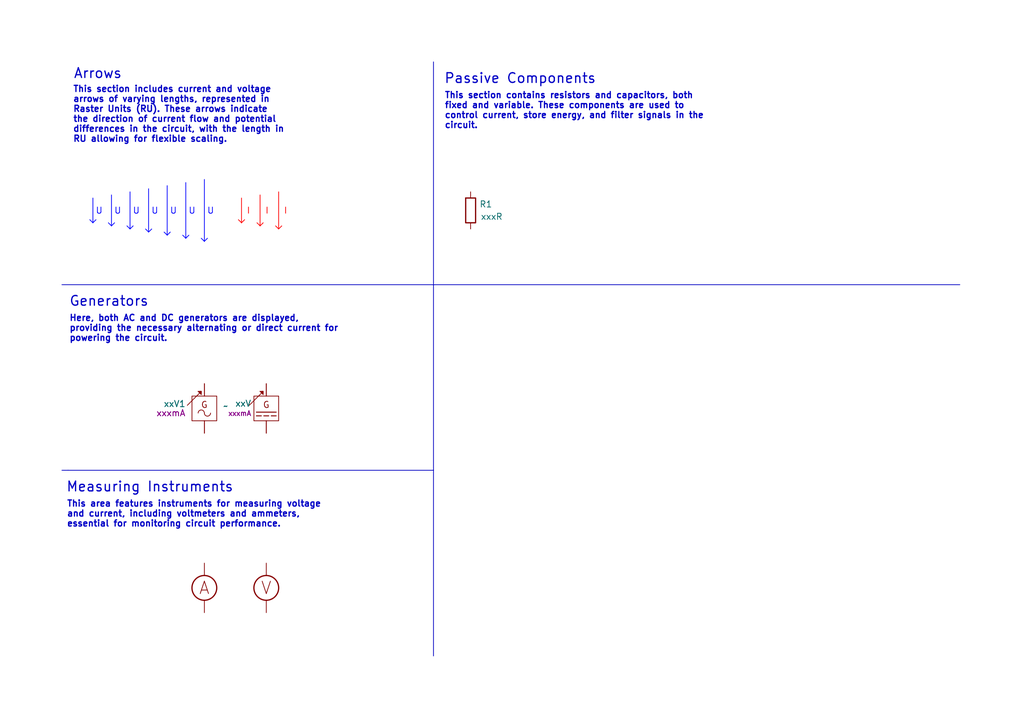
<source format=kicad_sch>
(kicad_sch (version 20231120) (generator "eeschema") (generator_version "8.0")
  (paper "A5")
  (title_block (title "KiCAD-Advanced-Symbols-Demo") (date "2024-10-23") (company "@PaulOx247"))
  (lib_symbols
    (symbol "KiCAD-Advanced-Symbols:Arrow_Current_4RU" (pin_numbers hide) (pin_names (offset 0) hide)
      (property "Value" "I" (at 1.016 0 0))
      (symbol "Arrow_Current_4RU_1_0"
        (polyline (pts (xy 0 -2.54) (xy -0.635 -1.905)) (stroke (width 0) (color 255 0 0 1)))
        (polyline (pts (xy 0 -2.54) (xy 0.635 -1.905)) (stroke (width 0) (color 255 0 0 1)))
        (polyline (pts (xy 0 2.54) (xy 0 -2.54)) (stroke (width 0) (color 255 0 0 1)))
      )
    )
    (symbol "KiCAD-Advanced-Symbols:Arrow_Current_5RU" (pin_numbers hide) (pin_names (offset 0) hide)
      (property "Value" "I" (at 1.016 0 0))
      (symbol "Arrow_Current_5RU_1_0"
        (polyline (pts (xy 0 -3.175) (xy -0.635 -2.54)) (stroke (width 0) (color 255 0 0 1)))
        (polyline (pts (xy 0 -3.175) (xy 0.635 -2.54)) (stroke (width 0) (color 255 0 0 1)))
        (polyline (pts (xy 0 3.175) (xy 0 -3.175)) (stroke (width 0) (color 255 0 0 1)))
      )
    )
    (symbol "KiCAD-Advanced-Symbols:Arrow_Current_6RU" (pin_numbers hide) (pin_names (offset 0) hide)
      (property "Value" "I" (at 1.016 0 0))
      (symbol "Arrow_Current_6RU_1_0"
        (polyline (pts (xy 0 -3.81) (xy -0.635 -3.175)) (stroke (width 0) (color 255 0 0 1)))
        (polyline (pts (xy 0 -3.81) (xy 0.635 -3.175)) (stroke (width 0) (color 255 0 0 1)))
        (polyline (pts (xy 0 3.81) (xy 0 -3.81)) (stroke (width 0) (color 255 0 0 1)))
      )
    )
    (symbol "KiCAD-Advanced-Symbols:Arrow_Voltage_10RU" (pin_numbers hide) (pin_names (offset 0) hide)
      (property "Value" "U" (at 0.508 0 0))
      (symbol "Arrow_Voltage_10RU_1_0"
        (polyline (pts (xy 0 -6.35) (xy -0.635 -5.715)) (stroke (width 0) (color 0 0 255 1)))
        (polyline (pts (xy 0 -6.35) (xy 0.635 -5.715)) (stroke (width 0) (color 0 0 255 1)))
        (polyline (pts (xy 0 6.35) (xy 0 -6.35)) (stroke (width 0) (color 0 0 255 1)))
      )
    )
    (symbol "KiCAD-Advanced-Symbols:Arrow_Voltage_4RU" (pin_numbers hide) (pin_names (offset 0) hide)
      (property "Value" "U" (at 0.508 0 0))
      (symbol "Arrow_Voltage_4RU_1_0"
        (polyline (pts (xy 0 -2.54) (xy -0.635 -1.905)) (stroke (width 0) (color 0 0 255 1)))
        (polyline (pts (xy 0 -2.54) (xy 0.635 -1.905)) (stroke (width 0) (color 0 0 255 1)))
        (polyline (pts (xy 0 2.54) (xy 0 -2.54)) (stroke (width 0) (color 0 0 255 1)))
      )
    )
    (symbol "KiCAD-Advanced-Symbols:Arrow_Voltage_5RU" (pin_numbers hide) (pin_names (offset 0) hide)
      (property "Value" "U" (at 0.508 0 0))
      (symbol "Arrow_Voltage_5RU_1_0"
        (polyline (pts (xy 0 -3.175) (xy -0.635 -2.54)) (stroke (width 0) (color 0 0 255 1)))
        (polyline (pts (xy 0 -3.175) (xy 0.635 -2.54)) (stroke (width 0) (color 0 0 255 1)))
        (polyline (pts (xy 0 3.175) (xy 0 -3.175)) (stroke (width 0) (color 0 0 255 1)))
      )
    )
    (symbol "KiCAD-Advanced-Symbols:Arrow_Voltage_6RU" (pin_numbers hide) (pin_names (offset 0) hide)
      (property "Value" "U" (at 0.508 0 0))
      (symbol "Arrow_Voltage_6RU_1_0"
        (polyline (pts (xy 0 -3.81) (xy -0.635 -3.175)) (stroke (width 0) (color 0 0 255 1)))
        (polyline (pts (xy 0 -3.81) (xy 0.635 -3.175)) (stroke (width 0) (color 0 0 255 1)))
        (polyline (pts (xy 0 3.81) (xy 0 -3.81)) (stroke (width 0) (color 0 0 255 1)))
      )
    )
    (symbol "KiCAD-Advanced-Symbols:Arrow_Voltage_7RU" (pin_numbers hide) (pin_names (offset 0) hide)
      (property "Value" "U" (at 0.508 0 0))
      (symbol "Arrow_Voltage_7RU_1_0"
        (polyline (pts (xy 0 -4.445) (xy -0.635 -3.81)) (stroke (width 0) (color 0 0 255 1)))
        (polyline (pts (xy 0 -4.445) (xy 0.635 -3.81)) (stroke (width 0) (color 0 0 255 1)))
        (polyline (pts (xy 0 4.445) (xy 0 -4.445)) (stroke (width 0) (color 0 0 255 1)))
      )
    )
    (symbol "KiCAD-Advanced-Symbols:Arrow_Voltage_8RU" (pin_numbers hide) (pin_names (offset 0) hide)
      (property "Value" "U" (at 0.508 0 0))
      (symbol "Arrow_Voltage_8RU_1_0"
        (polyline (pts (xy 0 -5.08) (xy -0.635 -4.445)) (stroke (width 0) (color 0 0 255 1)))
        (polyline (pts (xy 0 -5.08) (xy 0.635 -4.445)) (stroke (width 0) (color 0 0 255 1)))
        (polyline (pts (xy 0 5.08) (xy 0 -5.08)) (stroke (width 0) (color 0 0 255 1)))
      )
    )
    (symbol "KiCAD-Advanced-Symbols:Arrow_Voltage_9RU" (pin_numbers hide) (pin_names (offset 0) hide)
      (property "Value" "U" (at 0.508 0 0))
      (symbol "Arrow_Voltage_9RU_1_0"
        (polyline (pts (xy 0 -5.715) (xy -0.635 -5.08)) (stroke (width 0) (color 0 0 255 1)))
        (polyline (pts (xy 0 -5.715) (xy 0.635 -5.08)) (stroke (width 0) (color 0 0 255 1)))
        (polyline (pts (xy 0 5.715) (xy 0 -5.715)) (stroke (width 0) (color 0 0 255 1)))
      )
    )
    (symbol "KiCAD-Advanced-Symbols:Generator_AC"
      (property "Reference" "xxV" (at -3.81 0.9525 0))
      (property "Current" "xxxmA" (at -3.81 -0.9525 0))
      (symbol "Generator_AC_0_0"
        (arc (start 0 -0.9498) (mid -0.635 -0.3175) (end -1.27 -0.9498))
        (arc (start 0 -0.9498) (mid 0.635 -1.5821) (end 1.27 -0.9498))
      )
      (symbol "Generator_AC_0_1"
        (polyline (pts (xy -1.27 3.4925) (xy -0.635 2.8575)))
        (polyline (pts (xy -0.9525 3.4925) (xy -0.635 3.175)))
        (polyline (pts (xy -0.635 3.4925) (xy -3.4925 0.635)))
        (polyline (pts (xy -0.635 3.4925) (xy -1.27 3.4925)))
        (polyline (pts (xy -0.635 3.4925) (xy -0.635 2.8575)))
        (polyline (pts (xy -1.27 3.4925) (xy -0.635 3.175) (xy -0.635 3.4925) (xy -0.9525 3.4925) (xy -0.635 2.8575)))
      )
      (symbol "Generator_AC_1_1"
        (polyline (pts (xy 0 2.54) (xy -2.54 2.54) (xy -2.54 -2.54) (xy 2.54 -2.54) (xy 2.54 2.54) (xy 0 2.54)))
        (text "G" (at 0 0.762 0) (effects (font (size 1.27 1.27))))
        (pin power_out line (at 0 -5.08 90) (length 2.54) (name "") (number ""))
        (pin power_out line (at 0 5.08 270) (length 2.54) (name "") (number ""))
      )
    )
    (symbol "KiCAD-Advanced-Symbols:Generator_DC" (pin_numbers hide) (pin_names hide) (in_bom no) (on_board no)
      (property "Value" "xxV" (at -3.048 1.016 0))
      (property "Current" "xxxmA" (at -3.048 -1.016 0))
      (symbol "Generator_DC_0_1"
        (polyline (pts (xy -1.27 3.4925) (xy -0.635 2.8575)))
        (polyline (pts (xy -0.9525 3.4925) (xy -0.635 3.175)))
        (polyline (pts (xy -0.635 3.4925) (xy -3.4925 0.635)))
        (polyline (pts (xy -0.635 3.4925) (xy -1.27 3.4925)))
        (polyline (pts (xy -0.635 3.4925) (xy -0.635 2.8575)))
        (polyline (pts (xy -1.27 3.4925) (xy -0.635 3.175) (xy -0.635 3.4925) (xy -0.9525 3.4925) (xy -0.635 2.8575)))
      )
      (symbol "Generator_DC_1_1"
        (polyline (pts (xy -2.032 -1.524) (xy -1.016 -1.524)) (stroke (width 0.2)))
        (polyline (pts (xy -2.032 -0.762) (xy 2.032 -0.762)) (stroke (width 0.2)))
        (polyline (pts (xy -0.508 -1.524) (xy 0.508 -1.524)) (stroke (width 0.2)))
        (polyline (pts (xy 1.016 -1.524) (xy 2.032 -1.524)) (stroke (width 0.2)))
        (polyline (pts (xy 0 2.54) (xy -2.54 2.54) (xy -2.54 -2.54) (xy 2.54 -2.54) (xy 2.54 2.54) (xy 0 2.54)))
        (text "G" (at 0 0.762 0) (effects (font (size 1.27 1.27))))
        (pin power_out line (at 0 -5.08 90) (length 2.54) (name "") (number ""))
        (pin power_out line (at 0 5.08 270) (length 2.54) (name "") (number ""))
      )
    )
    (symbol "KiCAD-Advanced-Symbols:Instrument_Ammeter" (pin_numbers hide) (pin_names (offset 0) hide)
      (symbol "Instrument_Ammeter_0_1"
        (circle (center 0 0) (radius 2.54) (stroke (width 0.254)))
      )
      (symbol "Instrument_Ammeter_1_0"
        (text "A" (at 0 0 0) (effects (font (size 2.54 2.54))))
      )
      (symbol "Instrument_Ammeter_1_1"
        (pin passive line (at 0 -5.08 90) (length 2.54) (name "-") (number "1"))
        (pin passive line (at 0 5.08 270) (length 2.54) (name "+") (number "2"))
      )
    )
    (symbol "KiCAD-Advanced-Symbols:Instrument_Voltmeter" (pin_numbers hide) (pin_names (offset 0) hide)
      (symbol "Instrument_Voltmeter_0_0"
        (text "V" (at 0 0 0) (effects (font (size 2.54 2.54))))
      )
      (symbol "Instrument_Voltmeter_0_1"
        (circle (center 0 0) (radius 2.54) (stroke (width 0.254)))
      )
      (symbol "Instrument_Voltmeter_1_1"
        (pin passive line (at 0 -5.08 90) (length 2.54) (name "-") (number "1"))
        (pin passive line (at 0 5.08 270) (length 2.54) (name "+") (number "2"))
      )
    )
    (symbol "KiCAD-Advanced-Symbols:Resistor_Fixed" (pin_numbers hide) (pin_names (offset 0) hide)
      (property "Reference" "R" (at 1.778 1.27 0))
      (property "Value" "xxxR" (at 2.032 -1.27 0))
      (symbol "Resistor_Fixed_0_1"
        (rectangle (start -1.016 -2.54) (end 1.016 2.54) (stroke (width 0.254)))
      )
      (symbol "Resistor_Fixed_1_1"
        (pin passive line (at 0 3.81 270) (length 1.27) (name "~") (number "1"))
        (pin passive line (at 0 -3.81 90) (length 1.27) (name "~") (number "2"))
      )
    )
  )
  (polyline (pts (xy 12.7 58.42) (xy 88.9 58.42)))
  (polyline (pts (xy 88.9 12.7) (xy 88.9 58.42)))
  (polyline (pts (xy 88.9 96.52) (xy 88.9 134.62)))
  (polyline (pts (xy 13.97 96.52) (xy 88.9 96.52)))
  (polyline (pts (xy 12.7 96.52) (xy 13.97 96.52)))
  (polyline (pts (xy 88.9 58.42) (xy 88.9 96.52)))
  (polyline (pts (xy 88.9 58.42) (xy 196.85 58.42)))
  (text_box "This section includes current and voltage arrows of varying lengths, represented in Raster Units (RU). These arrows indicate the direction of current flow and potential differences in the circuit, with the length in RU allowing for flexible scaling." (at 13.97 16.51 0) (size 45.72 15.24) (stroke (width -0.0001)) (effects (font (size 1.27 1.27) (thickness 0.254) (bold yes)) (justify left top)))
  (text_box "This area features instruments for measuring voltage and current, including voltmeters and ammeters, essential for monitoring circuit performance." (at 12.7 101.6 0) (size 57.912 15.24) (stroke (width -0.0001)) (effects (font (size 1.27 1.27) (thickness 0.254) (bold yes)) (justify left top)))
  (text_box "Here, both AC and DC generators are displayed, providing the necessary alternating or direct current for powering the circuit." (at 13.208 63.5 0) (size 57.912 15.24) (stroke (width -0.0001)) (effects (font (size 1.27 1.27) (thickness 0.254) (bold yes)) (justify left top)))
  (text_box "This section contains resistors and capacitors, both fixed and variable. These components are used to control current, store energy, and filter signals in the circuit." (at 90.17 17.78 0) (size 57.912 15.24) (stroke (width -0.0001)) (effects (font (size 1.27 1.27) (thickness 0.254) (bold yes)) (justify left top)))
  (text "Passive Components" (at 106.68 16.256 0) (effects (font (size 2 2) (thickness 0.254) (bold yes))))
  (text "Arrows" (at 20.066 15.24 0) (effects (font (size 2 2) (thickness 0.254) (bold yes))))
  (text "Measuring Instruments" (at 30.734 100.076 0) (effects (font (size 2 2) (thickness 0.254) (bold yes))))
  (text "Generators" (at 22.352 61.976 0) (effects (font (size 2 2) (thickness 0.254) (bold yes))))
  (symbol (lib_id "KiCAD-Advanced-Symbols:Arrow_Current_4RU") (at 49.53 43.18 0) (unit 1)
    (property "Reference" "AA1" (effects (hide yes)))
    (property "Value" "I" (at 50.546 43.18 0) (effects (justify left)))
  )
  (symbol (lib_id "KiCAD-Advanced-Symbols:Instrument_Ammeter") (at 41.91 120.65 0) (unit 1)
    (property "Reference" "AAA1" (effects (hide yes)))
  )
  (symbol (lib_id "KiCAD-Advanced-Symbols:Arrow_Current_6RU") (at 57.15 43.18 0) (unit 1)
    (property "Reference" "AA3" (effects (hide yes)))
    (property "Value" "I" (at 58.166 43.18 0) (effects (justify left)))
  )
  (symbol (lib_id "KiCAD-Advanced-Symbols:Arrow_Voltage_4RU") (at 19.05 43.18 0) (unit 1)
    (property "Reference" "UU1" (effects (hide yes)))
    (property "Value" "U" (at 19.558 43.18 0) (effects (justify left)))
  )
  (symbol (lib_id "KiCAD-Advanced-Symbols:Arrow_Voltage_8RU") (at 34.29 43.18 0) (unit 1)
    (property "Reference" "UUU1" (effects (hide yes)))
    (property "Value" "U" (at 34.798 43.18 0) (effects (justify left)))
  )
  (symbol (lib_id "KiCAD-Advanced-Symbols:Arrow_Current_5RU") (at 53.34 43.18 0) (unit 1)
    (property "Reference" "AA2" (effects (hide yes)))
    (property "Value" "I" (at 54.356 43.18 0) (effects (justify left)))
  )
  (symbol (lib_id "KiCAD-Advanced-Symbols:Generator_DC") (at 54.61 83.82 0) (unit 1) (in_bom no) (on_board no)
    (property "Reference" "G1" (effects (hide yes)))
    (property "Value" "xxV" (at 51.562 82.804 0) (effects (justify right)))
    (property "Current" "xxxmA" (at 51.562 84.836 0) (effects (font (size 1 1)) (justify right)))
    (property "Sim.Device" "V" (effects (hide yes)))
    (property "Sim.Type" "DC" (effects (hide yes)))
    (property "Sim.Params" "dc=\"\"" (effects (hide yes)))
  )
  (symbol (lib_id "KiCAD-Advanced-Symbols:Resistor_Fixed") (at 96.52 43.18 0) (unit 1)
    (property "Reference" "R1" (at 98.298 41.91 0) (effects (justify left)))
    (property "Value" "xxxR" (at 98.552 44.45 0) (effects (justify left)))
  )
  (symbol (lib_id "KiCAD-Advanced-Symbols:Arrow_Voltage_5RU") (at 22.86 43.18 0) (unit 1)
    (property "Reference" "UU2" (effects (hide yes)))
    (property "Value" "U" (at 23.368 43.18 0) (effects (justify left)))
  )
  (symbol (lib_id "KiCAD-Advanced-Symbols:Arrow_Voltage_6RU") (at 26.67 43.18 0) (unit 1)
    (property "Reference" "UU3" (effects (hide yes)))
    (property "Value" "U" (at 27.178 43.18 0) (effects (justify left)))
  )
  (symbol (lib_id "KiCAD-Advanced-Symbols:Arrow_Voltage_9RU") (at 38.1 43.18 0) (unit 1)
    (property "Reference" "UU5" (effects (hide yes)))
    (property "Value" "U" (at 38.608 43.18 0) (effects (justify left)))
  )
  (symbol (lib_id "KiCAD-Advanced-Symbols:Instrument_Voltmeter") (at 54.61 120.65 0) (unit 1)
    (property "Reference" "UUU2" (effects (hide yes)))
  )
  (symbol (lib_id "KiCAD-Advanced-Symbols:Arrow_Voltage_10RU") (at 41.91 43.18 0) (unit 1)
    (property "Reference" "UU6" (effects (hide yes)))
    (property "Value" "U" (at 42.418 43.18 0) (effects (justify left)))
  )
  (symbol (lib_id "KiCAD-Advanced-Symbols:Arrow_Voltage_7RU") (at 30.48 43.18 0) (unit 1)
    (property "Reference" "UU4" (effects (hide yes)))
    (property "Value" "U" (at 30.988 43.18 0) (effects (justify left)))
  )
  (symbol (lib_id "KiCAD-Advanced-Symbols:Generator_AC") (at 41.91 83.82 0) (unit 1)
    (property "Reference" "xxV1" (at 38.1 82.8675 0) (effects (justify right)))
    (property "Value" "~" (at 45.72 83.3437 0) (effects (justify left)))
    (property "Current" "xxxmA" (at 38.1 84.7725 0) (effects (justify right)))
  )
)
</source>
